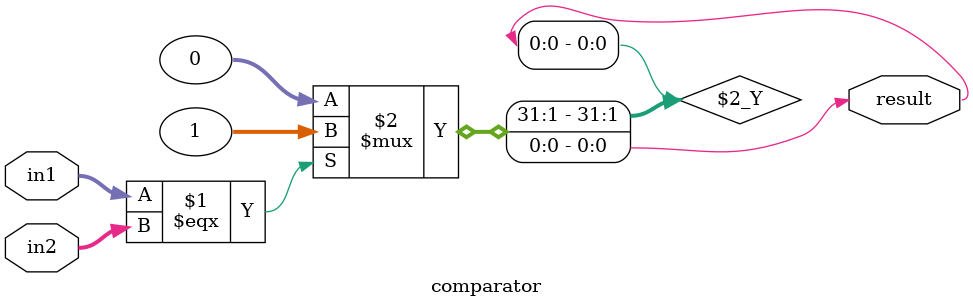
<source format=sv>
module comparator
    #(parameter WIDTH=32)
    (input logic [WIDTH-1:0] in1, in2,
    output logic result);

    assign result = (in1===in2)?1:0;
endmodule

</source>
